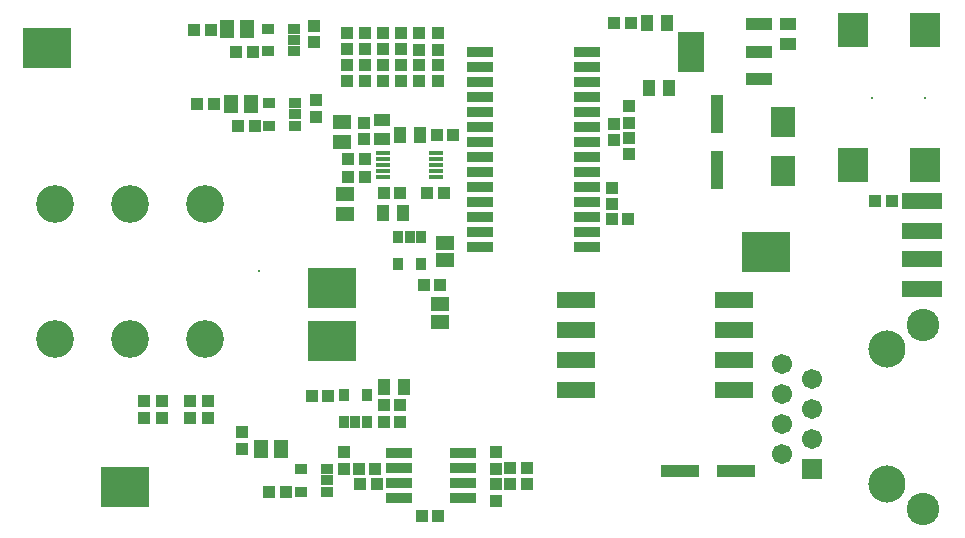
<source format=gts>
%FSLAX23Y23*%
%MOIN*%
G70*
G01*
G75*
G04 Layer_Color=8388736*
%ADD10R,0.155X0.125*%
%ADD11R,0.033X0.031*%
%ADD12R,0.031X0.033*%
%ADD13R,0.043X0.055*%
%ADD14R,0.035X0.049*%
%ADD15R,0.049X0.035*%
%ADD16R,0.031X0.118*%
%ADD17R,0.118X0.031*%
%ADD18R,0.071X0.094*%
%ADD19R,0.125X0.050*%
%ADD20R,0.079X0.024*%
%ADD21R,0.094X0.110*%
%ADD22R,0.024X0.033*%
%ADD23R,0.083X0.130*%
%ADD24R,0.083X0.035*%
%ADD25R,0.120X0.050*%
%ADD26R,0.041X0.010*%
%ADD27R,0.081X0.024*%
%ADD28R,0.055X0.043*%
%ADD29R,0.033X0.024*%
%ADD30C,0.007*%
%ADD31C,0.010*%
%ADD32C,0.020*%
%ADD33C,0.050*%
%ADD34C,0.030*%
%ADD35C,0.118*%
%ADD36C,0.116*%
%ADD37C,0.059*%
%ADD38R,0.059X0.059*%
%ADD39C,0.100*%
%ADD40C,0.026*%
%ADD41C,0.004*%
%ADD42C,0.020*%
%ADD43C,0.024*%
%ADD44C,0.010*%
%ADD45C,0.012*%
%ADD46C,0.008*%
%ADD47C,0.008*%
%ADD48C,0.006*%
%ADD49C,0.005*%
%ADD50R,0.163X0.133*%
%ADD51R,0.041X0.039*%
%ADD52R,0.039X0.041*%
%ADD53R,0.051X0.063*%
%ADD54R,0.043X0.057*%
%ADD55R,0.057X0.043*%
%ADD56R,0.039X0.126*%
%ADD57R,0.126X0.039*%
%ADD58R,0.079X0.102*%
%ADD59R,0.133X0.058*%
%ADD60R,0.087X0.032*%
%ADD61R,0.102X0.118*%
%ADD62R,0.032X0.041*%
%ADD63R,0.091X0.138*%
%ADD64R,0.091X0.043*%
%ADD65R,0.128X0.058*%
%ADD66R,0.049X0.018*%
%ADD67R,0.089X0.032*%
%ADD68R,0.063X0.051*%
%ADD69R,0.041X0.032*%
%ADD70C,0.126*%
%ADD71C,0.008*%
%ADD72C,0.124*%
%ADD73C,0.067*%
%ADD74R,0.067X0.067*%
%ADD75C,0.108*%
D50*
X1095Y-1040D02*
D03*
Y-1216D02*
D03*
X2541Y-919D02*
D03*
X406Y-1702D02*
D03*
X147Y-241D02*
D03*
D51*
X1448Y-245D02*
D03*
Y-189D02*
D03*
X1386Y-245D02*
D03*
Y-189D02*
D03*
X1326Y-244D02*
D03*
Y-189D02*
D03*
X1267Y-244D02*
D03*
Y-189D02*
D03*
X1204Y-244D02*
D03*
Y-189D02*
D03*
X1145Y-244D02*
D03*
Y-189D02*
D03*
X1449Y-350D02*
D03*
Y-295D02*
D03*
X1386Y-350D02*
D03*
Y-295D02*
D03*
X1326Y-350D02*
D03*
Y-295D02*
D03*
X1267Y-350D02*
D03*
Y-295D02*
D03*
X1204Y-350D02*
D03*
Y-295D02*
D03*
X1145Y-350D02*
D03*
Y-295D02*
D03*
X2035Y-492D02*
D03*
Y-547D02*
D03*
X2087Y-488D02*
D03*
Y-433D02*
D03*
X1201Y-544D02*
D03*
Y-488D02*
D03*
X2028Y-760D02*
D03*
Y-705D02*
D03*
X795Y-1520D02*
D03*
Y-1575D02*
D03*
X2087Y-594D02*
D03*
Y-539D02*
D03*
X1642Y-1642D02*
D03*
Y-1587D02*
D03*
X1641Y-1693D02*
D03*
Y-1748D02*
D03*
X528Y-1472D02*
D03*
Y-1417D02*
D03*
X469Y-1472D02*
D03*
Y-1417D02*
D03*
X681Y-1472D02*
D03*
Y-1417D02*
D03*
X1134Y-1587D02*
D03*
Y-1642D02*
D03*
X622Y-1417D02*
D03*
Y-1472D02*
D03*
X1035Y-165D02*
D03*
Y-220D02*
D03*
X1043Y-469D02*
D03*
Y-413D02*
D03*
D52*
X701Y-425D02*
D03*
X646D02*
D03*
X2091Y-157D02*
D03*
X2035D02*
D03*
X2028Y-811D02*
D03*
X2083D02*
D03*
X1445Y-531D02*
D03*
X1500D02*
D03*
X1323Y-724D02*
D03*
X1268D02*
D03*
X1689Y-1641D02*
D03*
X1744D02*
D03*
X1689Y-1693D02*
D03*
X1744D02*
D03*
X1268Y-1430D02*
D03*
X1323D02*
D03*
X1323Y-1485D02*
D03*
X1268D02*
D03*
X2905Y-748D02*
D03*
X2961D02*
D03*
X1469Y-724D02*
D03*
X1413D02*
D03*
X1205Y-610D02*
D03*
X1150D02*
D03*
X1205Y-669D02*
D03*
X1150D02*
D03*
X783Y-500D02*
D03*
X839D02*
D03*
X776Y-252D02*
D03*
X831D02*
D03*
X692Y-178D02*
D03*
X636D02*
D03*
X941Y-1720D02*
D03*
X886D02*
D03*
X1449Y-1799D02*
D03*
X1394D02*
D03*
X1189Y-1693D02*
D03*
X1244D02*
D03*
X1185Y-1642D02*
D03*
X1240D02*
D03*
X1028Y-1398D02*
D03*
X1083D02*
D03*
X1402Y-1028D02*
D03*
X1457D02*
D03*
D53*
X860Y-1575D02*
D03*
X927D02*
D03*
X746Y-177D02*
D03*
X813D02*
D03*
X758Y-425D02*
D03*
X825D02*
D03*
D54*
X1270Y-1370D02*
D03*
X1337D02*
D03*
X2153Y-373D02*
D03*
X2219D02*
D03*
X1321Y-531D02*
D03*
X1388D02*
D03*
X1266Y-791D02*
D03*
X1333D02*
D03*
X2211Y-157D02*
D03*
X2144D02*
D03*
D55*
X2614Y-226D02*
D03*
Y-159D02*
D03*
X1261Y-478D02*
D03*
Y-544D02*
D03*
D56*
X2378Y-460D02*
D03*
Y-645D02*
D03*
D57*
X2442Y-1650D02*
D03*
X2257D02*
D03*
D58*
X2599Y-649D02*
D03*
Y-487D02*
D03*
D59*
X3063Y-849D02*
D03*
Y-749D02*
D03*
Y-942D02*
D03*
Y-1042D02*
D03*
D60*
X1590Y-254D02*
D03*
Y-304D02*
D03*
Y-354D02*
D03*
Y-404D02*
D03*
Y-454D02*
D03*
Y-504D02*
D03*
Y-554D02*
D03*
Y-604D02*
D03*
Y-654D02*
D03*
Y-704D02*
D03*
Y-754D02*
D03*
Y-804D02*
D03*
Y-854D02*
D03*
Y-904D02*
D03*
X1946Y-254D02*
D03*
Y-304D02*
D03*
Y-354D02*
D03*
Y-404D02*
D03*
Y-454D02*
D03*
Y-504D02*
D03*
Y-554D02*
D03*
Y-604D02*
D03*
Y-654D02*
D03*
Y-704D02*
D03*
Y-754D02*
D03*
Y-804D02*
D03*
Y-854D02*
D03*
Y-904D02*
D03*
D61*
X3071Y-630D02*
D03*
X2831D02*
D03*
X3071Y-181D02*
D03*
X2831D02*
D03*
D62*
X1136Y-1485D02*
D03*
X1173D02*
D03*
X1211D02*
D03*
Y-1397D02*
D03*
X1136D02*
D03*
X1392Y-958D02*
D03*
X1317D02*
D03*
Y-869D02*
D03*
X1354D02*
D03*
X1392D02*
D03*
D63*
X2293Y-252D02*
D03*
D64*
X2518Y-161D02*
D03*
Y-252D02*
D03*
Y-343D02*
D03*
D65*
X2434Y-1078D02*
D03*
Y-1178D02*
D03*
Y-1278D02*
D03*
Y-1378D02*
D03*
X1909D02*
D03*
Y-1278D02*
D03*
Y-1178D02*
D03*
Y-1078D02*
D03*
D66*
X1442Y-669D02*
D03*
Y-650D02*
D03*
Y-630D02*
D03*
Y-610D02*
D03*
Y-591D02*
D03*
X1267Y-669D02*
D03*
Y-650D02*
D03*
Y-630D02*
D03*
Y-610D02*
D03*
Y-591D02*
D03*
D67*
X1320Y-1590D02*
D03*
X1531Y-1740D02*
D03*
Y-1640D02*
D03*
Y-1590D02*
D03*
X1320Y-1740D02*
D03*
X1531Y-1690D02*
D03*
X1320D02*
D03*
Y-1640D02*
D03*
D68*
X1130Y-553D02*
D03*
Y-486D02*
D03*
X1138Y-793D02*
D03*
Y-726D02*
D03*
X1457Y-1093D02*
D03*
Y-1152D02*
D03*
X1472Y-947D02*
D03*
Y-888D02*
D03*
D69*
X885Y-498D02*
D03*
Y-423D02*
D03*
X973D02*
D03*
Y-461D02*
D03*
Y-498D02*
D03*
X881Y-250D02*
D03*
Y-175D02*
D03*
X969D02*
D03*
Y-213D02*
D03*
Y-250D02*
D03*
X1080Y-1719D02*
D03*
Y-1681D02*
D03*
Y-1644D02*
D03*
X991D02*
D03*
Y-1719D02*
D03*
D70*
X671Y-1209D02*
D03*
X421D02*
D03*
X171D02*
D03*
Y-760D02*
D03*
X421D02*
D03*
X671D02*
D03*
D71*
X853Y-984D02*
D03*
X2894Y-406D02*
D03*
X3071D02*
D03*
D72*
X2947Y-1244D02*
D03*
Y-1694D02*
D03*
D73*
X2597Y-1294D02*
D03*
Y-1594D02*
D03*
X2697Y-1344D02*
D03*
X2597Y-1394D02*
D03*
Y-1494D02*
D03*
X2697Y-1444D02*
D03*
Y-1544D02*
D03*
D74*
Y-1644D02*
D03*
D75*
X3066Y-1776D02*
D03*
Y-1162D02*
D03*
M02*

</source>
